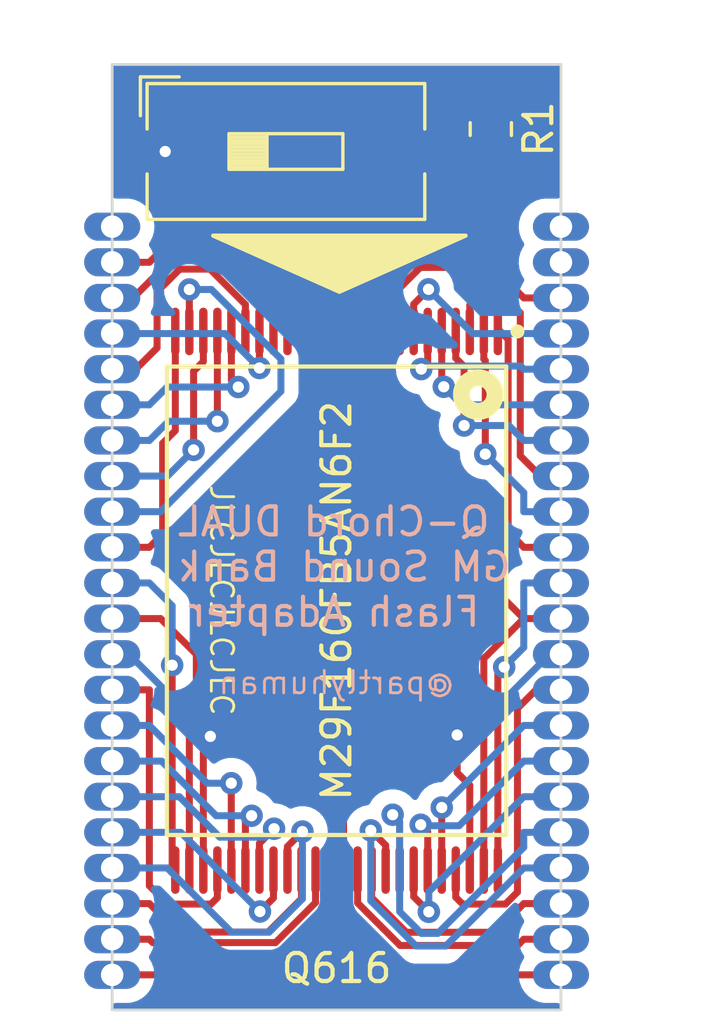
<source format=kicad_pcb>
(kicad_pcb (version 20221018) (generator pcbnew)
  (title_block (title "QChord Dual GM Sound Bank Adapter") (company "@partlyhuman"))
  (layers (0 "F.Cu" signal) (31 "B.Cu" signal) (34 "B.Paste" user) (35 "F.Paste" user) (36 "B.SilkS" user "B.Silkscreen") (37 "F.SilkS" user "F.Silkscreen") (38 "B.Mask" user) (39 "F.Mask" user) (44 "Edge.Cuts" user))
  (net 0 "")
  (net 2 "/A18")
  (net 3 "/A17")
  (net 4 "/A7")
  (net 5 "/A6")
  (net 6 "/A5")
  (net 7 "/A4")
  (net 8 "/A3")
  (net 9 "/A2")
  (net 10 "/A1")
  (net 11 "/A0")
  (net 12 "/CE")
  (net 13 "/OE")
  (net 14 "/Q0")
  (net 15 "/Q8")
  (net 16 "/Q1")
  (net 17 "/Q9")
  (net 18 "/Q2")
  (net 19 "/Q10")
  (net 20 "/Q3")
  (net 21 "/Q11")
  (net 22 "/Q4")
  (net 23 "/Q12")
  (net 24 "/Q5")
  (net 25 "/Q13")
  (net 26 "/Q6")
  (net 27 "/Q14")
  (net 28 "/Q7")
  (net 29 "/Q15")
  (net 30 "/BYTE")
  (net 31 "/A16")
  (net 32 "/A15")
  (net 33 "/A14")
  (net 34 "/A13")
  (net 35 "/A12")
  (net 36 "/A11")
  (net 37 "/A10")
  (net 38 "/A9")
  (net 39 "/A8")
  (net 42 "GND")
  (net 43 "VCC")
  (net 48 "/A19")
  (footprint "Resistor_SMD:R_0805_2012Metric_Pad1.20x1.40mm_HandSolder" (layer "F.Cu") (at 100 60.6 90)
    (fp_text reference "R1" (at 0 1.7 270) (layer "F.SilkS"))
    (fp_text value "100K")
    (fp_line (start -0.227064 -0.735) (end 0.227064 -0.735) (stroke (width 0.12)) (layer "F.SilkS"))
    (fp_line (start -0.227064 0.735) (end 0.227064 0.735) (stroke (width 0.12)) (layer "F.SilkS"))
    (pad "1" smd roundrect (at -1 0 90) (size 1.2 1.4) (layers "F.Cu" "F.Paste" "F.Mask") (roundrect_rratio 0.2083333333) (net 48 "/A19"))
    (pad "2" smd roundrect (at 1 0 90) (size 1.2 1.4) (layers "F.Cu" "F.Paste" "F.Mask") (roundrect_rratio 0.2083333333) (net 43 "VCC"))
  )
  (footprint "Button_Switch_SMD:SW_DIP_SPSTx01_Slide_9.78x4.72mm_W8.61mm_P2.54mm" (layer "F.Cu") (at 92.695 61.4)
    (fp_text reference "SW1" hide)
    (fp_text value "SW_DIP_x01")
    (fp_line (start -5.19 -2.66) (end -5.19 -1.277) (stroke (width 0.12)) (layer "F.SilkS"))
    (fp_line (start -5.19 -2.66) (end -3.806 -2.66) (stroke (width 0.12)) (layer "F.SilkS"))
    (fp_line (start -4.95 -2.42) (end -4.95 -0.8) (stroke (width 0.12)) (layer "F.SilkS"))
    (fp_line (start -4.95 -2.42) (end 4.95 -2.42) (stroke (width 0.12)) (layer "F.SilkS"))
    (fp_line (start -4.95 0.8) (end -4.95 2.42) (stroke (width 0.12)) (layer "F.SilkS"))
    (fp_line (start -4.95 2.42) (end 4.95 2.42) (stroke (width 0.12)) (layer "F.SilkS"))
    (fp_line (start -2.03 -0.635) (end -2.03 0.635) (stroke (width 0.12)) (layer "F.SilkS"))
    (fp_line (start -2.03 -0.515) (end -0.676667 -0.515) (stroke (width 0.12)) (layer "F.SilkS"))
    (fp_line (start -2.03 -0.395) (end -0.676667 -0.395) (stroke (width 0.12)) (layer "F.SilkS"))
    (fp_line (start -2.03 -0.275) (end -0.676667 -0.275) (stroke (width 0.12)) (layer "F.SilkS"))
    (fp_line (start -2.03 -0.155) (end -0.676667 -0.155) (stroke (width 0.12)) (layer "F.SilkS"))
    (fp_line (start -2.03 -0.035) (end -0.676667 -0.035) (stroke (width 0.12)) (layer "F.SilkS"))
    (fp_line (start -2.03 0.085) (end -0.676667 0.085) (stroke (width 0.12)) (layer "F.SilkS"))
    (fp_line (start -2.03 0.205) (end -0.676667 0.205) (stroke (width 0.12)) (layer "F.SilkS"))
    (fp_line (start -2.03 0.325) (end -0.676667 0.325) (stroke (width 0.12)) (layer "F.SilkS"))
    (fp_line (start -2.03 0.445) (end -0.676667 0.445) (stroke (width 0.12)) (layer "F.SilkS"))
    (fp_line (start -2.03 0.565) (end -0.676667 0.565) (stroke (width 0.12)) (layer "F.SilkS"))
    (fp_line (start -2.03 0.635) (end 2.03 0.635) (stroke (width 0.12)) (layer "F.SilkS"))
    (fp_line (start -0.676667 -0.635) (end -0.676667 0.635) (stroke (width 0.12)) (layer "F.SilkS"))
    (fp_line (start 2.03 -0.635) (end -2.03 -0.635) (stroke (width 0.12)) (layer "F.SilkS"))
    (fp_line (start 2.03 0.635) (end 2.03 -0.635) (stroke (width 0.12)) (layer "F.SilkS"))
    (fp_line (start 4.95 -2.42) (end 4.95 -0.8) (stroke (width 0.12)) (layer "F.SilkS"))
    (fp_line (start 4.95 0.8) (end 4.95 2.42) (stroke (width 0.12)) (layer "F.SilkS"))
    (pad "1" smd rect (at -4.305 0) (size 2.44 1.12) (layers "F.Cu" "F.Paste" "F.Mask") (net 42 "GND"))
    (pad "2" smd rect (at 4.305 0) (size 2.44 1.12) (layers "F.Cu" "F.Paste" "F.Mask") (net 48 "/A19"))
  )
  (footprint "QChord_FLASH:Micron-M29F160FB5AN6F2-Manufacturer_Recommended" (layer "F.Cu") (at 94.5 77.415 -90)
    (fp_text reference "U2" hide)
    (fp_text value "M29F160FB5AN6F2" (at 0 0 -90) (layer "F.SilkS"))
    (fp_line (start -8.350001 -6.050001) (end 8.349999 -6.050001) (stroke (width 0.15)) (layer "F.SilkS"))
    (fp_line (start -8.350001 6.049998) (end -8.350001 -6.050001) (stroke (width 0.15)) (layer "F.SilkS"))
    (fp_line (start -8.350001 6.049998) (end 8.349999 6.049998) (stroke (width 0.15)) (layer "F.SilkS"))
    (fp_line (start 8.349999 6.049998) (end 8.349999 -6.050001) (stroke (width 0.15)) (layer "F.SilkS"))
    (fp_circle (center -9.600001 -6.450002) (end -9.475 -6.450002) (stroke (width 0.249999)) (fill none) (layer "F.SilkS"))
    (fp_circle (center -7.350001 -5.05) (end -7.050002 -5.05) (stroke (width 0.599999)) (fill none) (layer "F.SilkS"))
    (pad "1" smd roundrect (at -9.600001 -5.750001 180) (size 0.299999 1.699999) (layers "F.Cu" "F.Paste" "F.Mask") (roundrect_rratio 0.5) (net 32 "/A15"))
    (pad "2" smd roundrect (at -9.600001 -5.250002 180) (size 0.299999 1.699999) (layers "F.Cu" "F.Paste" "F.Mask") (roundrect_rratio 0.5) (net 33 "/A14"))
    (pad "3" smd roundrect (at -9.600001 -4.750001 180) (size 0.299999 1.699999) (layers "F.Cu" "F.Paste" "F.Mask") (roundrect_rratio 0.5) (net 34 "/A13"))
    (pad "4" smd roundrect (at -9.600001 -4.250002 180) (size 0.299999 1.699999) (layers "F.Cu" "F.Paste" "F.Mask") (roundrect_rratio 0.5) (net 35 "/A12"))
    (pad "5" smd roundrect (at -9.600001 -3.75 180) (size 0.299999 1.699999) (layers "F.Cu" "F.Paste" "F.Mask") (roundrect_rratio 0.5) (net 36 "/A11"))
    (pad "6" smd roundrect (at -9.600001 -3.250001 180) (size 0.299999 1.699999) (layers "F.Cu" "F.Paste" "F.Mask") (roundrect_rratio 0.5) (net 37 "/A10"))
    (pad "7" smd roundrect (at -9.600001 -2.750002 180) (size 0.299999 1.699999) (layers "F.Cu" "F.Paste" "F.Mask") (roundrect_rratio 0.5) (net 38 "/A9"))
    (pad "8" smd roundrect (at -9.600001 -2.250001 180) (size 0.299999 1.699999) (layers "F.Cu" "F.Paste" "F.Mask") (roundrect_rratio 0.5) (net 39 "/A8"))
    (pad "9" smd roundrect (at -9.600001 -1.750002 180) (size 0.299999 1.699999) (layers "F.Cu" "F.Paste" "F.Mask") (roundrect_rratio 0.5) (net 48 "/A19"))
    (pad "10" smd roundrect (at -9.600001 -1.25 180) (size 0.299999 1.699999) (layers "F.Cu" "F.Paste" "F.Mask") (roundrect_rratio 0.5))
    (pad "11" smd roundrect (at -9.600001 -0.750001 180) (size 0.299999 1.699999) (layers "F.Cu" "F.Paste" "F.Mask") (roundrect_rratio 0.5) (net 30 "/BYTE"))
    (pad "12" smd roundrect (at -9.600001 -0.250002 180) (size 0.299999 1.699999) (layers "F.Cu" "F.Paste" "F.Mask") (roundrect_rratio 0.5) (net 43 "VCC"))
    (pad "13" smd roundrect (at -9.600001 0.249999 180) (size 0.299999 1.699999) (layers "F.Cu" "F.Paste" "F.Mask") (roundrect_rratio 0.5))
    (pad "14" smd roundrect (at -9.600001 0.749999 180) (size 0.299999 1.699999) (layers "F.Cu" "F.Paste" "F.Mask") (roundrect_rratio 0.5))
    (pad "15" smd roundrect (at -9.600001 1.25 180) (size 0.299999 1.699999) (layers "F.Cu" "F.Paste" "F.Mask") (roundrect_rratio 0.5))
    (pad "16" smd roundrect (at -9.600001 1.749999 180) (size 0.299999 1.699999) (layers "F.Cu" "F.Paste" "F.Mask") (roundrect_rratio 0.5) (net 2 "/A18"))
    (pad "17" smd roundrect (at -9.600001 2.249998 180) (size 0.299999 1.699999) (layers "F.Cu" "F.Paste" "F.Mask") (roundrect_rratio 0.5) (net 3 "/A17"))
    (pad "18" smd roundrect (at -9.600001 2.75 180) (size 0.299999 1.699999) (layers "F.Cu" "F.Paste" "F.Mask") (roundrect_rratio 0.5) (net 4 "/A7"))
    (pad "19" smd roundrect (at -9.600001 3.249999 180) (size 0.299999 1.699999) (layers "F.Cu" "F.Paste" "F.Mask") (roundrect_rratio 0.5) (net 5 "/A6"))
    (pad "20" smd roundrect (at -9.600001 3.749998 180) (size 0.299999 1.699999) (layers "F.Cu" "F.Paste" "F.Mask") (roundrect_rratio 0.5) (net 6 "/A5"))
    (pad "21" smd roundrect (at -9.600001 4.249999 180) (size 0.299999 1.699999) (layers "F.Cu" "F.Paste" "F.Mask") (roundrect_rratio 0.5) (net 7 "/A4"))
    (pad "22" smd roundrect (at -9.600001 4.749998 180) (size 0.299999 1.699999) (layers "F.Cu" "F.Paste" "F.Mask") (roundrect_rratio 0.5) (net 8 "/A3"))
    (pad "23" smd roundrect (at -9.600001 5.25 180) (size 0.299999 1.699999) (layers "F.Cu" "F.Paste" "F.Mask") (roundrect_rratio 0.5) (net 9 "/A2"))
    (pad "24" smd roundrect (at -9.600001 5.749999 180) (size 0.299999 1.699999) (layers "F.Cu" "F.Paste" "F.Mask") (roundrect_rratio 0.5) (net 10 "/A1"))
    (pad "25" smd roundrect (at 9.599999 5.749999 180) (size 0.299999 1.699999) (layers "F.Cu" "F.Paste" "F.Mask") (roundrect_rratio 0.5) (net 11 "/A0"))
    (pad "26" smd roundrect (at 9.599999 5.25 180) (size 0.299999 1.699999) (layers "F.Cu" "F.Paste" "F.Mask") (roundrect_rratio 0.5) (net 12 "/CE"))
    (pad "27" smd roundrect (at 9.599999 4.749998 180) (size 0.299999 1.699999) (layers "F.Cu" "F.Paste" "F.Mask") (roundrect_rratio 0.5) (net 42 "GND"))
    (pad "28" smd roundrect (at 9.599999 4.249999 180) (size 0.299999 1.699999) (layers "F.Cu" "F.Paste" "F.Mask") (roundrect_rratio 0.5) (net 13 "/OE"))
    (pad "29" smd roundrect (at 9.599999 3.749998 180) (size 0.299999 1.699999) (layers "F.Cu" "F.Paste" "F.Mask") (roundrect_rratio 0.5) (net 14 "/Q0"))
    (pad "30" smd roundrect (at 9.599999 3.249999 180) (size 0.299999 1.699999) (layers "F.Cu" "F.Paste" "F.Mask") (roundrect_rratio 0.5) (net 15 "/Q8"))
    (pad "31" smd roundrect (at 9.599999 2.75 180) (size 0.299999 1.699999) (layers "F.Cu" "F.Paste" "F.Mask") (roundrect_rratio 0.5) (net 16 "/Q1"))
    (pad "32" smd roundrect (at 9.599999 2.249998 180) (size 0.299999 1.699999) (layers "F.Cu" "F.Paste" "F.Mask") (roundrect_rratio 0.5) (net 17 "/Q9"))
    (pad "33" smd roundrect (at 9.599999 1.749999 180) (size 0.299999 1.699999) (layers "F.Cu" "F.Paste" "F.Mask") (roundrect_rratio 0.5) (net 18 "/Q2"))
    (pad "34" smd roundrect (at 9.599999 1.25 180) (size 0.299999 1.699999) (layers "F.Cu" "F.Paste" "F.Mask") (roundrect_rratio 0.5) (net 19 "/Q10"))
    (pad "35" smd roundrect (at 9.599999 0.749999 180) (size 0.299999 1.699999) (layers "F.Cu" "F.Paste" "F.Mask") (roundrect_rratio 0.5) (net 20 "/Q3"))
    (pad "36" smd roundrect (at 9.599999 0.249999 180) (size 0.299999 1.699999) (layers "F.Cu" "F.Paste" "F.Mask") (roundrect_rratio 0.5) (net 21 "/Q11"))
    (pad "37" smd roundrect (at 9.599999 -0.250002 180) (size 0.299999 1.699999) (layers "F.Cu" "F.Paste" "F.Mask") (roundrect_rratio 0.5) (net 43 "VCC"))
    (pad "38" smd roundrect (at 9.599999 -0.750001 180) (size 0.299999 1.699999) (layers "F.Cu" "F.Paste" "F.Mask") (roundrect_rratio 0.5) (net 22 "/Q4"))
    (pad "39" smd roundrect (at 9.599999 -1.25 180) (size 0.299999 1.699999) (layers "F.Cu" "F.Paste" "F.Mask") (roundrect_rratio 0.5) (net 23 "/Q12"))
    (pad "40" smd roundrect (at 9.599999 -1.750002 180) (size 0.299999 1.699999) (layers "F.Cu" "F.Paste" "F.Mask") (roundrect_rratio 0.5) (net 24 "/Q5"))
    (pad "41" smd roundrect (at 9.599999 -2.250001 180) (size 0.299999 1.699999) (layers "F.Cu" "F.Paste" "F.Mask") (roundrect_rratio 0.5) (net 25 "/Q13"))
    (pad "42" smd roundrect (at 9.599999 -2.750002 180) (size 0.299999 1.699999) (layers "F.Cu" "F.Paste" "F.Mask") (roundrect_rratio 0.5) (net 26 "/Q6"))
    (pad "43" smd roundrect (at 9.599999 -3.250001 180) (size 0.299999 1.699999) (layers "F.Cu" "F.Paste" "F.Mask") (roundrect_rratio 0.5) (net 27 "/Q14"))
    (pad "44" smd roundrect (at 9.599999 -3.75 180) (size 0.299999 1.699999) (layers "F.Cu" "F.Paste" "F.Mask") (roundrect_rratio 0.5) (net 28 "/Q7"))
    (pad "45" smd roundrect (at 9.599999 -4.250002 180) (size 0.299999 1.699999) (layers "F.Cu" "F.Paste" "F.Mask") (roundrect_rratio 0.5) (net 29 "/Q15"))
    (pad "46" smd roundrect (at 9.599999 -4.750001 180) (size 0.299999 1.699999) (layers "F.Cu" "F.Paste" "F.Mask") (roundrect_rratio 0.5) (net 42 "GND"))
    (pad "47" smd roundrect (at 9.599999 -5.250002 180) (size 0.299999 1.699999) (layers "F.Cu" "F.Paste" "F.Mask") (roundrect_rratio 0.5) (net 30 "/BYTE"))
    (pad "48" smd roundrect (at 9.599999 -5.750001 180) (size 0.299999 1.699999) (layers "F.Cu" "F.Paste" "F.Mask") (roundrect_rratio 0.5) (net 31 "/A16"))
  )
  (footprint "QChord_Soundbank:PSOP-44_Castellated" (layer "F.Cu") (at 94.5 77.415)
    (fp_text reference "U1" hide)
    (fp_text value "MX23C8100M" hide)
    (pad "1" thru_hole oval (at -8 -13.335) (size 2 1) (drill 0.8) (property pad_prop_castellated) (layers "*.Cu" "*.Mask"))
    (pad "2" thru_hole oval (at -8 -12.065) (size 2 1) (drill 0.8) (property pad_prop_castellated) (layers "*.Cu" "*.Mask") (net 2 "/A18"))
    (pad "3" thru_hole oval (at -8 -10.795) (size 2 1) (drill 0.8) (property pad_prop_castellated) (layers "*.Cu" "*.Mask") (net 3 "/A17"))
    (pad "4" thru_hole oval (at -8 -9.525) (size 2 1) (drill 0.8) (property pad_prop_castellated) (layers "*.Cu" "*.Mask") (net 4 "/A7"))
    (pad "5" thru_hole oval (at -8 -8.255) (size 2 1) (drill 0.8) (property pad_prop_castellated) (layers "*.Cu" "*.Mask") (net 5 "/A6"))
    (pad "6" thru_hole oval (at -8 -6.985) (size 2 1) (drill 0.8) (property pad_prop_castellated) (layers "*.Cu" "*.Mask") (net 6 "/A5"))
    (pad "7" thru_hole oval (at -8 -5.715) (size 2 1) (drill 0.8) (property pad_prop_castellated) (layers "*.Cu" "*.Mask") (net 7 "/A4"))
    (pad "8" thru_hole oval (at -8 -4.445) (size 2 1) (drill 0.8) (property pad_prop_castellated) (layers "*.Cu" "*.Mask") (net 8 "/A3"))
    (pad "9" thru_hole oval (at -8 -3.175) (size 2 1) (drill 0.8) (property pad_prop_castellated) (layers "*.Cu" "*.Mask") (net 9 "/A2"))
    (pad "10" thru_hole oval (at -8 -1.905) (size 2 1) (drill 0.8) (property pad_prop_castellated) (layers "*.Cu" "*.Mask") (net 10 "/A1"))
    (pad "11" thru_hole oval (at -8 -0.635) (size 2 1) (drill 0.8) (property pad_prop_castellated) (layers "*.Cu" "*.Mask") (net 11 "/A0"))
    (pad "12" thru_hole oval (at -8 0.635) (size 2 1) (drill 0.8) (property pad_prop_castellated) (layers "*.Cu" "*.Mask") (net 12 "/CE"))
    (pad "13" thru_hole oval (at -8 1.905) (size 2 1) (drill 0.8) (property pad_prop_castellated) (layers "*.Cu" "*.Mask") (net 42 "GND"))
    (pad "14" thru_hole oval (at -8 3.175) (size 2 1) (drill 0.8) (property pad_prop_castellated) (layers "*.Cu" "*.Mask") (net 13 "/OE"))
    (pad "15" thru_hole oval (at -8 4.445) (size 2 1) (drill 0.8) (property pad_prop_castellated) (layers "*.Cu" "*.Mask") (net 14 "/Q0"))
    (pad "16" thru_hole oval (at -8 5.715) (size 2 1) (drill 0.8) (property pad_prop_castellated) (layers "*.Cu" "*.Mask") (net 15 "/Q8"))
    (pad "17" thru_hole oval (at -8 6.985) (size 2 1) (drill 0.8) (property pad_prop_castellated) (layers "*.Cu" "*.Mask") (net 16 "/Q1"))
    (pad "18" thru_hole oval (at -8 8.255) (size 2 1) (drill 0.8) (property pad_prop_castellated) (layers "*.Cu" "*.Mask") (net 17 "/Q9"))
    (pad "19" thru_hole oval (at -8 9.525) (size 2 1) (drill 0.8) (property pad_prop_castellated) (layers "*.Cu" "*.Mask") (net 18 "/Q2"))
    (pad "20" thru_hole oval (at -8 10.795) (size 2 1) (drill 0.8) (property pad_prop_castellated) (layers "*.Cu" "*.Mask") (net 19 "/Q10"))
    (pad "21" thru_hole oval (at -8 12.065) (size 2 1) (drill 0.8) (property pad_prop_castellated) (layers "*.Cu" "*.Mask") (net 20 "/Q3"))
    (pad "22" thru_hole oval (at -8 13.335) (size 2 1) (drill 0.8) (property pad_prop_castellated) (layers "*.Cu" "*.Mask") (net 21 "/Q11"))
    (pad "23" thru_hole oval (at 8 13.335) (size 2 1) (drill 0.8) (property pad_prop_castellated) (layers "*.Cu" "*.Mask") (net 43 "VCC"))
    (pad "24" thru_hole oval (at 8 12.065) (size 2 1) (drill 0.8) (property pad_prop_castellated) (layers "*.Cu" "*.Mask") (net 22 "/Q4"))
    (pad "25" thru_hole oval (at 8 10.795) (size 2 1) (drill 0.8) (property pad_prop_castellated) (layers "*.Cu" "*.Mask") (net 23 "/Q12"))
    (pad "26" thru_hole oval (at 8 9.525) (size 2 1) (drill 0.8) (property pad_prop_castellated) (layers "*.Cu" "*.Mask") (net 24 "/Q5"))
    (pad "27" thru_hole oval (at 8 8.255) (size 2 1) (drill 0.8) (property pad_prop_castellated) (layers "*.Cu" "*.Mask") (net 25 "/Q13"))
    (pad "28" thru_hole oval (at 8 6.985) (size 2 1) (drill 0.8) (property pad_prop_castellated) (layers "*.Cu" "*.Mask") (net 26 "/Q6"))
    (pad "29" thru_hole oval (at 8 5.715) (size 2 1) (drill 0.8) (property pad_prop_castellated) (layers "*.Cu" "*.Mask") (net 27 "/Q14"))
    (pad "30" thru_hole oval (at 8 4.445) (size 2 1) (drill 0.8) (property pad_prop_castellated) (layers "*.Cu" "*.Mask") (net 28 "/Q7"))
    (pad "31" thru_hole oval (at 8 3.175) (size 2 1) (drill 0.8) (property pad_prop_castellated) (layers "*.Cu" "*.Mask") (net 29 "/Q15"))
    (pad "32" thru_hole oval (at 8 1.905) (size 2 1) (drill 0.8) (property pad_prop_castellated) (layers "*.Cu" "*.Mask") (net 42 "GND"))
    (pad "33" thru_hole oval (at 8 0.635) (size 2 1) (drill 0.8) (property pad_prop_castellated) (layers "*.Cu" "*.Mask") (net 30 "/BYTE"))
    (pad "34" thru_hole oval (at 8 -0.635) (size 2 1) (drill 0.8) (property pad_prop_castellated) (layers "*.Cu" "*.Mask") (net 31 "/A16"))
    (pad "35" thru_hole oval (at 8 -1.905) (size 2 1) (drill 0.8) (property pad_prop_castellated) (layers "*.Cu" "*.Mask") (net 32 "/A15"))
    (pad "36" thru_hole oval (at 8 -3.175) (size 2 1) (drill 0.8) (property pad_prop_castellated) (layers "*.Cu" "*.Mask") (net 33 "/A14"))
    (pad "37" thru_hole oval (at 8 -4.445) (size 2 1) (drill 0.8) (property pad_prop_castellated) (layers "*.Cu" "*.Mask") (net 34 "/A13"))
    (pad "38" thru_hole oval (at 8 -5.715) (size 2 1) (drill 0.8) (property pad_prop_castellated) (layers "*.Cu" "*.Mask") (net 35 "/A12"))
    (pad "39" thru_hole oval (at 8 -6.985) (size 2 1) (drill 0.8) (property pad_prop_castellated) (layers "*.Cu" "*.Mask") (net 36 "/A11"))
    (pad "40" thru_hole oval (at 8 -8.255) (size 2 1) (drill 0.8) (property pad_prop_castellated) (layers "*.Cu" "*.Mask") (net 37 "/A10"))
    (pad "41" thru_hole oval (at 8 -9.525) (size 2 1) (drill 0.8) (property pad_prop_castellated) (layers "*.Cu" "*.Mask") (net 38 "/A9"))
    (pad "42" thru_hole oval (at 8 -10.795) (size 2 1) (drill 0.8) (property pad_prop_castellated) (layers "*.Cu" "*.Mask") (net 39 "/A8"))
    (pad "43" thru_hole oval (at 8 -12.065) (size 2 1) (drill 0.8) (property pad_prop_castellated) (layers "*.Cu" "*.Mask"))
    (pad "44" thru_hole oval (at 8 -13.335) (size 2 1) (drill 0.8) (property pad_prop_castellated) (layers "*.Cu" "*.Mask"))
  )
  (gr_poly (pts (xy 90.1 64.4) (xy 99.1 64.4) (xy 94.6 66.4)) (stroke (width 0.15)) (fill solid) (layer "F.SilkS"))
  (gr_rect (start 86.5 58.3) (end 102.5 92) (stroke (width 0.1)) (fill none) (layer "Edge.Cuts"))
  (gr_text "Q-Chord DUAL\nGM Sound Bank \nFlash Adapter" (at 94.4 78.4) (layer "B.SilkS") (effects (font (size 1 1)) (justify bottom mirror)))
  (gr_text "@partlyhuman" (at 94.5 80.8) (layer "B.SilkS") (effects (font (size 0.8 0.8) (thickness 0.1)) (justify bottom mirror)))
  (gr_text "JLCJLCJLCJLC" (at 90.4 77.4 270) (layer "F.SilkS") (effects (font (size 0.8 0.8) (thickness 0.1))))
  (gr_text "Q616" (at 94.5 91.1) (layer "F.SilkS") (effects (font (size 1 1)) (justify bottom)))
  (segment (start 92.75 66.7197) (end 90.6738 64.6435) (width 0.25) (layer "F.Cu") (net 2))
  (segment (start 88.5316 64.6435) (end 87.8251 65.35) (width 0.25) (layer "F.Cu") (net 2))
  (segment (start 92.75 67.7275) (end 92.75 66.7197) (width 0.25) (layer "F.Cu") (net 2))
  (segment (start 86.5 65.35) (end 87.8251 65.35) (width 0.25) (layer "F.Cu") (net 2))
  (segment (start 90.6738 64.6435) (end 88.5316 64.6435) (width 0.25) (layer "F.Cu") (net 2))
  (segment (start 87.2438 66.62) (end 86.5 66.62) (width 0.25) (layer "F.Cu") (net 3))
  (segment (start 88.7701 65.0937) (end 87.2438 66.62) (width 0.25) (layer "F.Cu") (net 3))
  (segment (start 92.25 66.8564) (end 90.4873 65.0937) (width 0.25) (layer "F.Cu") (net 3))
  (segment (start 90.4873 65.0937) (end 88.7701 65.0937) (width 0.25) (layer "F.Cu") (net 3))
  (segment (start 92.25 67.7275) (end 92.25 66.8564) (width 0.25) (layer "F.Cu") (net 3))
  (segment (start 91.75 67.7275) (end 91.75 69.1175) (width 0.25) (layer "F.Cu") (net 4))
  (via (at 91.75 69.1175) (size 0.8) (drill 0.4) (layers "F.Cu" "B.Cu") (net 4))
  (segment (start 90.5225 67.89) (end 91.75 69.1175) (width 0.25) (layer "B.Cu") (net 4))
  (segment (start 86.5 67.89) (end 90.5225 67.89) (width 0.25) (layer "B.Cu") (net 4))
  (segment (start 89.9864 65.5927) (end 91.25 66.8563) (width 0.25) (layer "F.Cu") (net 5))
  (segment (start 87.34 69.16) (end 88.1 68.4) (width 0.25) (layer "F.Cu") (net 5))
  (segment (start 88.1 68.4) (end 88.1 66.4005) (width 0.25) (layer "F.Cu") (net 5))
  (segment (start 88.9078 65.5927) (end 89.9864 65.5927) (width 0.25) (layer "F.Cu") (net 5))
  (segment (start 86.5 69.16) (end 87.34 69.16) (width 0.25) (layer "F.Cu") (net 5))
  (segment (start 91.25 66.8563) (end 91.25 67.7275) (width 0.25) (layer "F.Cu") (net 5))
  (segment (start 88.1 66.4005) (end 88.9078 65.5927) (width 0.25) (layer "F.Cu") (net 5))
  (segment (start 90.75 69.5493) (end 90.75 67.7275) (width 0.25) (layer "F.Cu") (net 6))
  (segment (start 90.9968 69.7961) (end 90.75 69.5493) (width 0.25) (layer "F.Cu") (net 6))
  (via (at 90.9968 69.7961) (size 0.8) (drill 0.4) (layers "F.Cu" "B.Cu") (net 6))
  (segment (start 88.459 69.7961) (end 90.9968 69.7961) (width 0.25) (layer "B.Cu") (net 6))
  (segment (start 87.8251 70.43) (end 88.459 69.7961) (width 0.25) (layer "B.Cu") (net 6))
  (segment (start 86.5 70.43) (end 87.8251 70.43) (width 0.25) (layer "B.Cu") (net 6))
  (segment (start 90.25 67.7275) (end 90.25 71.0143) (width 0.25) (layer "F.Cu") (net 7))
  (via (at 90.25 71.0143) (size 0.8) (drill 0.4) (layers "F.Cu" "B.Cu") (net 7))
  (segment (start 88.5108 71.0143) (end 90.25 71.0143) (width 0.25) (layer "B.Cu") (net 7))
  (segment (start 87.8251 71.7) (end 88.5108 71.0143) (width 0.25) (layer "B.Cu") (net 7))
  (segment (start 86.5 71.7) (end 87.8251 71.7) (width 0.25) (layer "B.Cu") (net 7))
  (segment (start 89.75 68.8861) (end 89.4024 69.2337) (width 0.25) (layer "F.Cu") (net 8))
  (segment (start 89.4024 69.2337) (end 89.4024 72.0378) (width 0.25) (layer "F.Cu") (net 8))
  (segment (start 89.75 67.7275) (end 89.75 68.8861) (width 0.25) (layer "F.Cu") (net 8))
  (via (at 89.4024 72.0378) (size 0.8) (drill 0.4) (layers "F.Cu" "B.Cu") (net 8))
  (segment (start 88.4702 72.97) (end 86.5 72.97) (width 0.25) (layer "B.Cu") (net 8))
  (segment (start 89.4024 72.0378) (end 88.4702 72.97) (width 0.25) (layer "B.Cu") (net 8))
  (segment (start 89.25 67.7275) (end 89.25 66.3198) (width 0.25) (layer "F.Cu") (net 9))
  (via (at 89.25 66.3198) (size 0.8) (drill 0.4) (layers "F.Cu" "B.Cu") (net 9))
  (segment (start 88.2257 74.24) (end 92.5171 69.9486) (width 0.25) (layer "B.Cu") (net 9))
  (segment (start 90.0378 66.3198) (end 89.25 66.3198) (width 0.25) (layer "B.Cu") (net 9))
  (segment (start 92.5171 68.7991) (end 90.0378 66.3198) (width 0.25) (layer "B.Cu") (net 9))
  (segment (start 92.5171 69.9486) (end 92.5171 68.7991) (width 0.25) (layer "B.Cu") (net 9))
  (segment (start 86.5 74.24) (end 88.2257 74.24) (width 0.25) (layer "B.Cu") (net 9))
  (segment (start 87.8251 75.51) (end 88.3 75.0351) (width 0.25) (layer "F.Cu") (net 10))
  (segment (start 88.75 71.35) (end 88.75 67.7275) (width 0.25) (layer "F.Cu") (net 10))
  (segment (start 88.3 71.8) (end 88.75 71.35) (width 0.25) (layer "F.Cu") (net 10))
  (segment (start 88.3 75.0351) (end 88.3 71.8) (width 0.25) (layer "F.Cu") (net 10))
  (segment (start 86.5 75.51) (end 87.8251 75.51) (width 0.25) (layer "F.Cu") (net 10))
  (segment (start 88.75 87.1025) (end 88.6378 86.9903) (width 0.25) (layer "F.Cu") (net 11))
  (segment (start 88.6378 86.9903) (end 88.6378 79.712) (width 0.25) (layer "F.Cu") (net 11))
  (via (at 88.6378 79.712) (size 0.8) (drill 0.4) (layers "F.Cu" "B.Cu") (net 11))
  (segment (start 88.6378 77.5927) (end 87.8251 76.78) (width 0.25) (layer "B.Cu") (net 11))
  (segment (start 86.5 76.78) (end 87.8251 76.78) (width 0.25) (layer "B.Cu") (net 11))
  (segment (start 88.6378 79.712) (end 88.6378 77.5927) (width 0.25) (layer "B.Cu") (net 11))
  (segment (start 89.25 87.1025) (end 89.25 80.63765) (width 0.25) (layer "F.Cu") (net 12))
  (segment (start 88.22565 78.05) (end 86.5 78.05) (width 0.25) (layer "F.Cu") (net 12))
  (segment (start 89.25 80.63765) (end 89.5 80.38765) (width 0.25) (layer "F.Cu") (net 12))
  (segment (start 89.5 80.38765) (end 89.5 79.32435) (width 0.25) (layer "F.Cu") (net 12))
  (segment (start 89.5 79.32435) (end 88.22565 78.05) (width 0.25) (layer "F.Cu") (net 12))
  (segment (start 90.25 87.1025) (end 90.25 87.9998) (width 0.25) (layer "F.Cu") (net 13))
  (segment (start 87.8251 87.5733) (end 87.8251 80.59) (width 0.25) (layer "F.Cu") (net 13))
  (segment (start 86.5 80.59) (end 87.8251 80.59) (width 0.25) (layer "F.Cu") (net 13))
  (segment (start 90.25 87.9998) (end 90.0229 88.2269) (width 0.25) (layer "F.Cu") (net 13))
  (segment (start 88.4787 88.2269) (end 87.8251 87.5733) (width 0.25) (layer "F.Cu") (net 13))
  (segment (start 90.0229 88.2269) (end 88.4787 88.2269) (width 0.25) (layer "F.Cu") (net 13))
  (segment (start 90.7456 87.0981) (end 90.7456 83.9186) (width 0.25) (layer "F.Cu") (net 14))
  (segment (start 90.75 87.1025) (end 90.7456 87.0981) (width 0.25) (layer "F.Cu") (net 14))
  (via (at 90.7456 83.9186) (size 0.8) (drill 0.4) (layers "F.Cu" "B.Cu") (net 14))
  (segment (start 86.5 81.86) (end 87.8251 81.86) (width 0.25) (layer "B.Cu") (net 14))
  (segment (start 87.8251 81.86) (end 89.8837 83.9186) (width 0.25) (layer "B.Cu") (net 14))
  (segment (start 89.8837 83.9186) (end 90.7456 83.9186) (width 0.25) (layer "B.Cu") (net 14))
  (segment (start 91.25 87.1025) (end 91.25 85.2991) (width 0.25) (layer "F.Cu") (net 15))
  (segment (start 91.25 85.2991) (end 91.4707 85.0784) (width 0.25) (layer "F.Cu") (net 15))
  (via (at 91.4707 85.0784) (size 0.8) (drill 0.4) (layers "F.Cu" "B.Cu") (net 15))
  (segment (start 88.2601 83.13) (end 90.2085 85.0784) (width 0.25) (layer "B.Cu") (net 15))
  (segment (start 86.5 83.13) (end 87.8251 83.13) (width 0.25) (layer "B.Cu") (net 15))
  (segment (start 87.8251 83.13) (end 88.2601 83.13) (width 0.25) (layer "B.Cu") (net 15))
  (segment (start 90.2085 85.0784) (end 91.4707 85.0784) (width 0.25) (layer "B.Cu") (net 15))
  (segment (start 91.75 86.062181) (end 91.75 87.1025) (width 0.25) (layer "F.Cu") (net 16))
  (segment (start 92.271087 85.541094) (end 91.75 86.062181) (width 0.25) (layer "F.Cu") (net 16))
  (via (at 92.271087 85.541094) (size 0.8) (drill 0.4) (layers "F.Cu" "B.Cu") (net 16))
  (segment (start 91.971181 85.841) (end 90.3345 85.841) (width 0.25) (layer "B.Cu") (net 16))
  (segment (start 92.271087 85.541094) (end 91.971181 85.841) (width 0.25) (layer "B.Cu") (net 16))
  (segment (start 90.3345 85.841) (end 88.8935 84.4) (width 0.25) (layer "B.Cu") (net 16))
  (segment (start 88.8935 84.4) (end 86.5 84.4) (width 0.25) (layer "B.Cu") (net 16))
  (segment (start 92.25 88.0101) (end 91.768 88.4921) (width 0.25) (layer "F.Cu") (net 17))
  (segment (start 92.25 87.1025) (end 92.25 88.0101) (width 0.25) (layer "F.Cu") (net 17))
  (via (at 91.768 88.4921) (size 0.8) (drill 0.4) (layers "F.Cu" "B.Cu") (net 17))
  (segment (start 86.5 85.67) (end 88.9459 85.67) (width 0.25) (layer "B.Cu") (net 17))
  (segment (start 88.9459 85.67) (end 91.768 88.4921) (width 0.25) (layer "B.Cu") (net 17))
  (segment (start 93.282522 85.641284) (end 92.75 86.173806) (width 0.25) (layer "F.Cu") (net 18))
  (segment (start 92.75 86.173806) (end 92.75 87.1025) (width 0.25) (layer "F.Cu") (net 18))
  (via (at 93.282522 85.641284) (size 0.8) (drill 0.4) (layers "F.Cu" "B.Cu") (net 18))
  (segment (start 92.0956 89.2297) (end 90.753 89.2297) (width 0.25) (layer "B.Cu") (net 18))
  (segment (start 88.4633 86.94) (end 86.5 86.94) (width 0.25) (layer "B.Cu") (net 18))
  (segment (start 93.282522 88.042778) (end 92.0956 89.2297) (width 0.25) (layer "B.Cu") (net 18))
  (segment (start 93.282522 85.641284) (end 93.282522 88.042778) (width 0.25) (layer "B.Cu") (net 18))
  (segment (start 90.753 89.2297) (end 88.4633 86.94) (width 0.25) (layer "B.Cu") (net 18))
  (segment (start 86.5 88.21) (end 87.8251 88.21) (width 0.25) (layer "F.Cu") (net 19))
  (segment (start 93.25 88.0371) (end 92.0622 89.2249) (width 0.25) (layer "F.Cu") (net 19))
  (segment (start 93.25 87.1025) (end 93.25 88.0371) (width 0.25) (layer "F.Cu") (net 19))
  (segment (start 88.84 89.2249) (end 87.8251 88.21) (width 0.25) (layer "F.Cu") (net 19))
  (segment (start 92.0622 89.2249) (end 88.84 89.2249) (width 0.25) (layer "F.Cu") (net 19))
  (segment (start 87.9451 89.6) (end 92.3251 89.6) (width 0.25) (layer "F.Cu") (net 20))
  (segment (start 86.5 89.48) (end 87.8251 89.48) (width 0.25) (layer "F.Cu") (net 20))
  (segment (start 87.8251 89.48) (end 87.9451 89.6) (width 0.25) (layer "F.Cu") (net 20))
  (segment (start 92.3251 89.6) (end 93.75 88.1751) (width 0.25) (layer "F.Cu") (net 20))
  (segment (start 93.75 88.1751) (end 93.75 87.1025) (width 0.25) (layer "F.Cu") (net 20))
  (segment (start 94.25 88.3257) (end 94.25 87.1025) (width 0.25) (layer "F.Cu") (net 21))
  (segment (start 87.8251 90.75) (end 91.8257 90.75) (width 0.25) (layer "F.Cu") (net 21))
  (segment (start 86.5 90.75) (end 87.8251 90.75) (width 0.25) (layer "F.Cu") (net 21))
  (segment (start 91.8257 90.75) (end 94.25 88.3257) (width 0.25) (layer "F.Cu") (net 21))
  (segment (start 96.7655 89.7024) (end 100.9525 89.7024) (width 0.25) (layer "F.Cu") (net 22))
  (segment (start 95.25 88.1869) (end 96.7655 89.7024) (width 0.25) (layer "F.Cu") (net 22))
  (segment (start 100.9525 89.7024) (end 101.1749 89.48) (width 0.25) (layer "F.Cu") (net 22))
  (segment (start 95.25 87.1025) (end 95.25 88.1869) (width 0.25) (layer "F.Cu") (net 22))
  (segment (start 102.5 89.48) (end 101.1749 89.48) (width 0.25) (layer "F.Cu") (net 22))
  (segment (start 95.75 87.9965) (end 96.9856 89.2321) (width 0.25) (layer "F.Cu") (net 23))
  (segment (start 100.1528 89.2321) (end 101.1749 88.21) (width 0.25) (layer "F.Cu") (net 23))
  (segment (start 102.5 88.21) (end 101.1749 88.21) (width 0.25) (layer "F.Cu") (net 23))
  (segment (start 96.9856 89.2321) (end 100.1528 89.2321) (width 0.25) (layer "F.Cu") (net 23))
  (segment (start 95.75 87.1025) (end 95.75 87.9965) (width 0.25) (layer "F.Cu") (net 23))
  (segment (start 96.25 86.1287) (end 96.25 87.1025) (width 0.25) (layer "F.Cu") (net 24))
  (segment (start 95.7213 85.6) (end 96.25 86.1287) (width 0.25) (layer "F.Cu") (net 24))
  (via (at 95.7213 85.6) (size 0.8) (drill 0.4) (layers "F.Cu" "B.Cu") (net 24))
  (segment (start 101.1749 86.94) (end 102.5 86.94) (width 0.25) (layer "B.Cu") (net 24))
  (segment (start 95.7213 88.1088) (end 97.3349 89.7224) (width 0.25) (layer "B.Cu") (net 24))
  (segment (start 97.3349 89.7224) (end 98.3925 89.7224) (width 0.25) (layer "B.Cu") (net 24))
  (segment (start 95.7213 85.6) (end 95.7213 88.1088) (width 0.25) (layer "B.Cu") (net 24))
  (segment (start 98.3925 89.7224) (end 101.1749 86.94) (width 0.25) (layer "B.Cu") (net 24))
  (segment (start 96.75 85.2918) (end 96.5 85.0418) (width 0.25) (layer "F.Cu") (net 25))
  (segment (start 96.75 87.1025) (end 96.75 85.2918) (width 0.25) (layer "F.Cu") (net 25))
  (via (at 96.5 85.0418) (size 0.8) (drill 0.4) (layers "F.Cu" "B.Cu") (net 25))
  (segment (start 98.1087 89.2719) (end 101.1749 86.2057) (width 0.25) (layer "B.Cu") (net 25))
  (segment (start 96.75 85.2918) (end 96.75 88.4972) (width 0.25) (layer "B.Cu") (net 25))
  (segment (start 101.1749 85.67) (end 102.5 85.67) (width 0.25) (layer "B.Cu") (net 25))
  (segment (start 101.1749 86.2057) (end 101.1749 85.67) (width 0.25) (layer "B.Cu") (net 25))
  (segment (start 97.5247 89.2719) (end 98.1087 89.2719) (width 0.25) (layer "B.Cu") (net 25))
  (segment (start 96.5 85.0418) (end 96.75 85.2918) (width 0.25) (layer "B.Cu") (net 25))
  (segment (start 96.75 88.4972) (end 97.5247 89.2719) (width 0.25) (layer "B.Cu") (net 25))
  (segment (start 97.25 87.1025) (end 97.25 87.9634) (width 0.25) (layer "F.Cu") (net 26))
  (segment (start 97.25 87.9634) (end 97.7892 88.5026) (width 0.25) (layer "F.Cu") (net 26))
  (via (at 97.7892 88.5026) (size 0.8) (drill 0.4) (layers "F.Cu" "B.Cu") (net 26))
  (segment (start 97.7892 87.7857) (end 97.7892 88.5026) (width 0.25) (layer "B.Cu") (net 26))
  (segment (start 102.5 84.4) (end 101.1749 84.4) (width 0.25) (layer "B.Cu") (net 26))
  (segment (start 101.1749 84.4) (end 97.7892 87.7857) (width 0.25) (layer "B.Cu") (net 26))
  (segment (start 97.5 85.4) (end 97.75 85.65) (width 0.25) (layer "F.Cu") (net 27))
  (segment (start 97.75 85.65) (end 97.75 87.1025) (width 0.25) (layer "F.Cu") (net 27))
  (via (at 97.5 85.4) (size 0.8) (drill 0.4) (layers "F.Cu" "B.Cu") (net 27))
  (segment (start 101.1749 83.13) (end 102.5 83.13) (width 0.25) (layer "B.Cu") (net 27))
  (segment (start 97.5 85.4) (end 97.5349 85.4349) (width 0.25) (layer "B.Cu") (net 27))
  (segment (start 97.5349 85.4349) (end 98.87 85.4349) (width 0.25) (layer "B.Cu") (net 27))
  (segment (start 98.87 85.4349) (end 101.1749 83.13) (width 0.25) (layer "B.Cu") (net 27))
  (segment (start 98.25 87.1025) (end 98.25 84.7849) (width 0.25) (layer "F.Cu") (net 28))
  (via (at 98.25 84.7849) (size 0.8) (drill 0.4) (layers "F.Cu" "B.Cu") (net 28))
  (segment (start 102.5 81.86) (end 101.1749 81.86) (width 0.25) (layer "B.Cu") (net 28))
  (segment (start 101.1749 81.86) (end 98.25 84.7849) (width 0.25) (layer "B.Cu") (net 28))
  (segment (start 101.61 80.59) (end 102.5 80.59) (width 0.25) (layer "F.Cu") (net 29))
  (segment (start 100.95 81.25) (end 101.61 80.59) (width 0.25) (layer "F.Cu") (net 29))
  (segment (start 100.95 87.7982) (end 100.95 81.25) (width 0.25) (layer "F.Cu") (net 29))
  (segment (start 98.75 87.1025) (end 98.75 87.9843) (width 0.25) (layer "F.Cu") (net 29))
  (segment (start 98.75 87.9843) (end 98.9926 88.2269) (width 0.25) (layer "F.Cu") (net 29))
  (segment (start 98.9926 88.2269) (end 100.5213 88.2269) (width 0.25) (layer "F.Cu") (net 29))
  (segment (start 100.5213 88.2269) (end 100.95 87.7982) (width 0.25) (layer "F.Cu") (net 29))
  (segment (start 95.250001 67.814999) (end 95.250001 72.125101) (width 0.25) (layer "F.Cu") (net 30))
  (segment (start 95.250001 72.125101) (end 101.1749 78.05) (width 0.25) (layer "F.Cu") (net 30))
  (segment (start 102.5 78.05) (end 101.1749 78.05) (width 0.25) (layer "F.Cu") (net 30))
  (segment (start 99.75 87.1025) (end 99.75 79.4749) (width 0.25) (layer "F.Cu") (net 30))
  (segment (start 99.75 79.4749) (end 101.1749 78.05) (width 0.25) (layer "F.Cu") (net 30))
  (segment (start 100.25 87.1025) (end 100.25 80.0061) (width 0.25) (layer "F.Cu") (net 31))
  (segment (start 100.25 80.0061) (end 100.4765 79.7796) (width 0.25) (layer "F.Cu") (net 31))
  (via (at 100.4765 79.7796) (size 0.8) (drill 0.4) (layers "F.Cu" "B.Cu") (net 31))
  (segment (start 102.5 76.78) (end 101.1749 76.78) (width 0.25) (layer "B.Cu") (net 31))
  (segment (start 101.1749 76.78) (end 101.1749 79.0812) (width 0.25) (layer "B.Cu") (net 31))
  (segment (start 101.1749 79.0812) (end 100.4765 79.7796) (width 0.25) (layer "B.Cu") (net 31))
  (segment (start 102.5 75.51) (end 101.1749 75.51) (width 0.25) (layer "F.Cu") (net 32))
  (segment (start 100.6169 74.952) (end 100.6169 68.0944) (width 0.25) (layer "F.Cu") (net 32))
  (segment (start 101.1749 75.51) (end 100.6169 74.952) (width 0.25) (layer "F.Cu") (net 32))
  (segment (start 100.6169 68.0944) (end 100.25 67.7275) (width 0.25) (layer "F.Cu") (net 32))
  (segment (start 99.8021 68.8531) (end 99.75 68.801) (width 0.25) (layer "F.Cu") (net 33))
  (segment (start 99.75 68.801) (end 99.75 67.7275) (width 0.25) (layer "F.Cu") (net 33))
  (segment (start 99.8021 72.1875) (end 99.8021 68.8531) (width 0.25) (layer "F.Cu") (net 33))
  (via (at 99.8021 72.1875) (size 0.8) (drill 0.4) (layers "F.Cu" "B.Cu") (net 33))
  (segment (start 102.5 74.24) (end 101.1749 74.24) (width 0.25) (layer "B.Cu") (net 33))
  (segment (start 101.1749 73.5603) (end 99.8021 72.1875) (width 0.25) (layer "B.Cu") (net 33))
  (segment (start 101.1749 74.24) (end 101.1749 73.5603) (width 0.25) (layer "B.Cu") (net 33))
  (segment (start 101.05 72.25) (end 101.77 72.97) (width 0.25) (layer "F.Cu") (net 34))
  (segment (start 101.77 72.97) (end 102.5 72.97) (width 0.25) (layer "F.Cu") (net 34))
  (segment (start 99.5115 66.6117) (end 100.509 66.6117) (width 0.25) (layer "F.Cu") (net 34))
  (segment (start 99.25 66.8732) (end 99.5115 66.6117) (width 0.25) (layer "F.Cu") (net 34))
  (segment (start 100.509 66.6117) (end 101.05 67.1527) (width 0.25) (layer "F.Cu") (net 34))
  (segment (start 101.05 67.1527) (end 101.05 72.25) (width 0.25) (layer "F.Cu") (net 34))
  (segment (start 99.25 67.7275) (end 99.25 66.8732) (width 0.25) (layer "F.Cu") (net 34))
  (segment (start 98.75 67.7275) (end 98.75 68.7652) (width 0.25) (layer "F.Cu") (net 35))
  (segment (start 98.75 68.7652) (end 99.0473 69.0625) (width 0.25) (layer "F.Cu") (net 35))
  (segment (start 99.0473 69.0625) (end 99.0473 71.1688) (width 0.25) (layer "F.Cu") (net 35))
  (via (at 99.0473 71.1688) (size 0.8) (drill 0.4) (layers "F.Cu" "B.Cu") (net 35))
  (segment (start 102.5 71.7) (end 101.1749 71.7) (width 0.25) (layer "B.Cu") (net 35))
  (segment (start 100.6437 71.1688) (end 99.0473 71.1688) (width 0.25) (layer "B.Cu") (net 35))
  (segment (start 101.1749 71.7) (end 100.6437 71.1688) (width 0.25) (layer "B.Cu") (net 35))
  (segment (start 98.25 67.7275) (end 98.25 69.7148) (width 0.25) (layer "F.Cu") (net 36))
  (segment (start 98.25 69.7148) (end 98.3221 69.7869) (width 0.25) (layer "F.Cu") (net 36))
  (via (at 98.3221 69.7869) (size 0.8) (drill 0.4) (layers "F.Cu" "B.Cu") (net 36))
  (segment (start 98.3221 69.7869) (end 98.9652 70.43) (width 0.25) (layer "B.Cu") (net 36))
  (segment (start 98.9652 70.43) (end 102.5 70.43) (width 0.25) (layer "B.Cu") (net 36))
  (segment (start 97.75 67.7275) (end 97.75 68.9258) (width 0.25) (layer "F.Cu") (net 37))
  (segment (start 97.75 68.9258) (end 97.5195 69.1563) (width 0.25) (layer "F.Cu") (net 37))
  (via (at 97.5195 69.1563) (size 0.8) (drill 0.4) (layers "F.Cu" "B.Cu") (net 37))
  (segment (start 97.627 69.0488) (end 101.0637 69.0488) (width 0.25) (layer "B.Cu") (net 37))
  (segment (start 101.0637 69.0488) (end 101.1749 69.16) (width 0.25) (layer "B.Cu") (net 37))
  (segment (start 102.5 69.16) (end 101.1749 69.16) (width 0.25) (layer "B.Cu") (net 37))
  (segment (start 97.5195 69.1563) (end 97.627 69.0488) (width 0.25) (layer "B.Cu") (net 37))
  (segment (start 97.25 67.7275) (end 97.25 66.8425) (width 0.25) (layer "F.Cu") (net 38))
  (segment (start 97.25 66.8425) (end 97.7788 66.3137) (width 0.25) (layer "F.Cu") (net 38))
  (via (at 97.7788 66.3137) (size 0.8) (drill 0.4) (layers "F.Cu" "B.Cu") (net 38))
  (segment (start 102.5 67.89) (end 99.3551 67.89) (width 0.25) (layer "B.Cu") (net 38))
  (segment (start 99.3551 67.89) (end 97.7788 66.3137) (width 0.25) (layer "B.Cu") (net 38))
  (segment (start 100.0884 65.5335) (end 97.4843 65.5335) (width 0.25) (layer "F.Cu") (net 39))
  (segment (start 96.75 66.2678) (end 96.75 67.7275) (width 0.25) (layer "F.Cu") (net 39))
  (segment (start 97.4843 65.5335) (end 96.75 66.2678) (width 0.25) (layer "F.Cu") (net 39))
  (segment (start 101.1749 66.62) (end 100.0884 65.5335) (width 0.25) (layer "F.Cu") (net 39))
  (segment (start 102.5 66.62) (end 101.1749 66.62) (width 0.25) (layer "F.Cu") (net 39))
  (segment (start 90 82.25) (end 89.75 82.5) (width 0.25) (layer "F.Cu") (net 42))
  (segment (start 99.25 83.9932) (end 99.25 87.1025) (width 0.25) (layer "F.Cu") (net 42))
  (segment (start 89.75 82.5) (end 89.75 87.1025) (width 0.25) (layer "F.Cu") (net 42))
  (segment (start 98.8 82.2) (end 98.8 83.5432) (width 0.25) (layer "F.Cu") (net 42))
  (segment (start 98.8 83.5432) (end 99.25 83.9932) (width 0.25) (layer "F.Cu") (net 42))
  (via (at 90 82.25) (size 0.8) (drill 0.4) (layers "F.Cu" "B.Cu") (net 42))
  (via (at 98.8 82.2) (size 0.8) (drill 0.4) (layers "F.Cu" "B.Cu") (net 42))
  (via (at 88.39 61.4) (size 0.8) (drill 0.4) (layers "F.Cu" "B.Cu") (net 42))
  (segment (start 98.8 82.2) (end 99.223 82.2) (width 0.25) (layer "B.Cu") (net 42))
  (segment (start 87.095718 79.32) (end 86.5 79.32) (width 0.25) (layer "B.Cu") (net 42))
  (segment (start 99.223 82.2) (end 102.103 79.32) (width 0.25) (layer "B.Cu") (net 42))
  (segment (start 102.103 79.32) (end 102.5 79.32) (width 0.25) (layer "B.Cu") (net 42))
  (segment (start 90 82.224282) (end 87.095718 79.32) (width 0.25) (layer "B.Cu") (net 42))
  (segment (start 90 82.25) (end 90 82.224282) (width 0.25) (layer "B.Cu") (net 42))
  (segment (start 94.75 87.1025) (end 94.75 88.3236) (width 0.25) (layer "F.Cu") (net 43))
  (segment (start 97.1764 90.75) (end 101.1749 90.75) (width 0.25) (layer "F.Cu") (net 43))
  (segment (start 94.750002 61.149998) (end 96.3 59.6) (width 0.25) (layer "F.Cu") (net 43))
  (segment (start 96.3 59.6) (end 100 59.6) (width 0.25) (layer "F.Cu") (net 43))
  (segment (start 94.750002 67.814999) (end 94.750002 61.149998) (width 0.25) (layer "F.Cu") (net 43))
  (segment (start 94.750002 87.014999) (end 94.750002 68.1775) (width 0.25) (layer "F.Cu") (net 43))
  (segment (start 102.5 90.75) (end 101.1749 90.75) (width 0.25) (layer "F.Cu") (net 43))
  (segment (start 94.75 88.3236) (end 97.1764 90.75) (width 0.25) (layer "F.Cu") (net 43))
  (segment (start 96.250002 62.149998) (end 97 61.4) (width 0.25) (layer "F.Cu") (net 48))
  (segment (start 96.250002 67.814999) (end 96.250002 62.149998) (width 0.25) (layer "F.Cu") (net 48))
  (segment (start 100 61.6) (end 99.8 61.4) (width 0.25) (layer "F.Cu") (net 48))
  (segment (start 99.8 61.4) (end 97 61.4) (width 0.25) (layer "F.Cu") (net 48))
  (zone (net 42) (net_name "GND") (layer "B.Cu") (connect_pads (clearance 0.5)) (min_thickness 0.25) (fill yes (thermal_gap 0.5) (thermal_bridge_width 0.5))
    (polygon (pts (xy 82.5 56) (xy 107.5 56) (xy 107.5 92.5) (xy 82.5 92.5)))
  )
)
</source>
